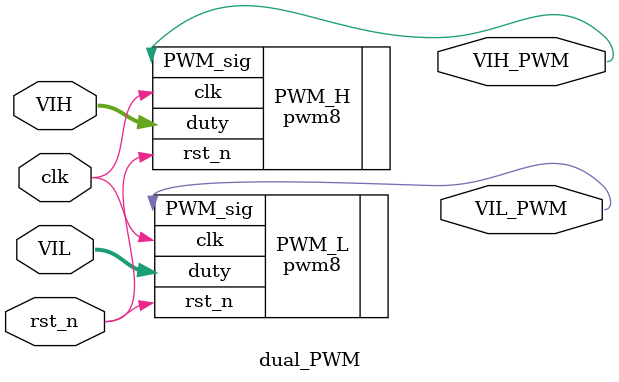
<source format=sv>
module dual_PWM(clk, rst_n, VIL, VIH, VIL_PWM, VIH_PWM);
	input clk, rst_n;
	input [7:0] VIL, VIH;
	output VIH_PWM, VIL_PWM;
	
	pwm8 PWM_H(.clk(clk), .rst_n(rst_n), .duty(VIH), .PWM_sig(VIH_PWM));
	pwm8 PWM_L(.clk(clk), .rst_n(rst_n), .duty(VIL), .PWM_sig(VIL_PWM));
endmodule
</source>
